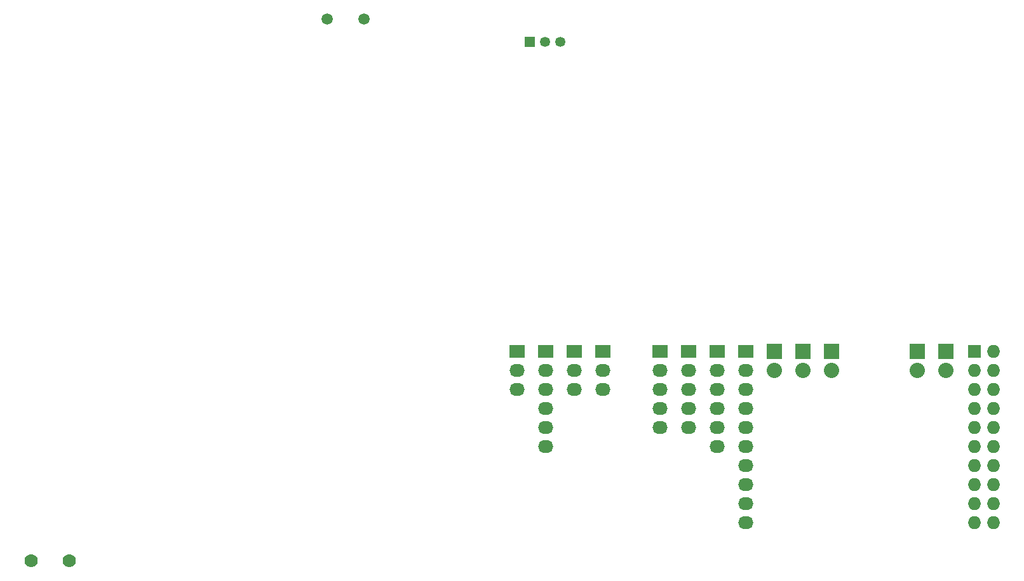
<source format=gbr>
G04 #@! TF.FileFunction,Copper,L2,Bot,Signal*
%FSLAX46Y46*%
G04 Gerber Fmt 4.6, Leading zero omitted, Abs format (unit mm)*
G04 Created by KiCad (PCBNEW 4.0.2+dfsg1-stable) date wto, 24 sty 2017, 13:26:45*
%MOMM*%
G01*
G04 APERTURE LIST*
%ADD10C,0.100000*%
%ADD11R,1.350000X1.350000*%
%ADD12C,1.350000*%
%ADD13C,1.500000*%
%ADD14R,2.032000X1.727200*%
%ADD15O,2.032000X1.727200*%
%ADD16R,2.032000X2.032000*%
%ADD17O,2.032000X2.032000*%
%ADD18R,1.727200X1.727200*%
%ADD19O,1.727200X1.727200*%
%ADD20C,1.778000*%
G04 APERTURE END LIST*
D10*
D11*
X130000000Y-73000000D03*
D12*
X132000000Y-73000000D03*
X134000000Y-73000000D03*
D13*
X103000000Y-70000000D03*
X107900000Y-70000000D03*
D14*
X132080000Y-114300000D03*
D15*
X132080000Y-116840000D03*
X132080000Y-119380000D03*
X132080000Y-121920000D03*
X132080000Y-124460000D03*
X132080000Y-127000000D03*
D14*
X158750000Y-114300000D03*
D15*
X158750000Y-116840000D03*
X158750000Y-119380000D03*
X158750000Y-121920000D03*
X158750000Y-124460000D03*
X158750000Y-127000000D03*
X158750000Y-129540000D03*
X158750000Y-132080000D03*
X158750000Y-134620000D03*
X158750000Y-137160000D03*
D16*
X166370000Y-114300000D03*
D17*
X166370000Y-116840000D03*
D14*
X154940000Y-114300000D03*
D15*
X154940000Y-116840000D03*
X154940000Y-119380000D03*
X154940000Y-121920000D03*
X154940000Y-124460000D03*
X154940000Y-127000000D03*
D14*
X151130000Y-114300000D03*
D15*
X151130000Y-116840000D03*
X151130000Y-119380000D03*
X151130000Y-121920000D03*
X151130000Y-124460000D03*
D14*
X147320000Y-114300000D03*
D15*
X147320000Y-116840000D03*
X147320000Y-119380000D03*
X147320000Y-121920000D03*
X147320000Y-124460000D03*
D14*
X135890000Y-114300000D03*
D15*
X135890000Y-116840000D03*
X135890000Y-119380000D03*
D14*
X139700000Y-114300000D03*
D15*
X139700000Y-116840000D03*
X139700000Y-119380000D03*
D16*
X170180000Y-114300000D03*
D17*
X170180000Y-116840000D03*
D14*
X128270000Y-114300000D03*
D15*
X128270000Y-116840000D03*
X128270000Y-119380000D03*
D16*
X162560000Y-114300000D03*
D17*
X162560000Y-116840000D03*
D16*
X185420000Y-114300000D03*
D17*
X185420000Y-116840000D03*
D18*
X189230000Y-114300000D03*
D19*
X191770000Y-114300000D03*
X189230000Y-116840000D03*
X191770000Y-116840000D03*
X189230000Y-119380000D03*
X191770000Y-119380000D03*
X189230000Y-121920000D03*
X191770000Y-121920000D03*
X189230000Y-124460000D03*
X191770000Y-124460000D03*
X189230000Y-127000000D03*
X191770000Y-127000000D03*
X189230000Y-129540000D03*
X191770000Y-129540000D03*
X189230000Y-132080000D03*
X191770000Y-132080000D03*
X189230000Y-134620000D03*
X191770000Y-134620000D03*
X189230000Y-137160000D03*
X191770000Y-137160000D03*
D16*
X181610000Y-114300000D03*
D17*
X181610000Y-116840000D03*
D20*
X63500000Y-142240000D03*
X68580000Y-142240000D03*
M02*

</source>
